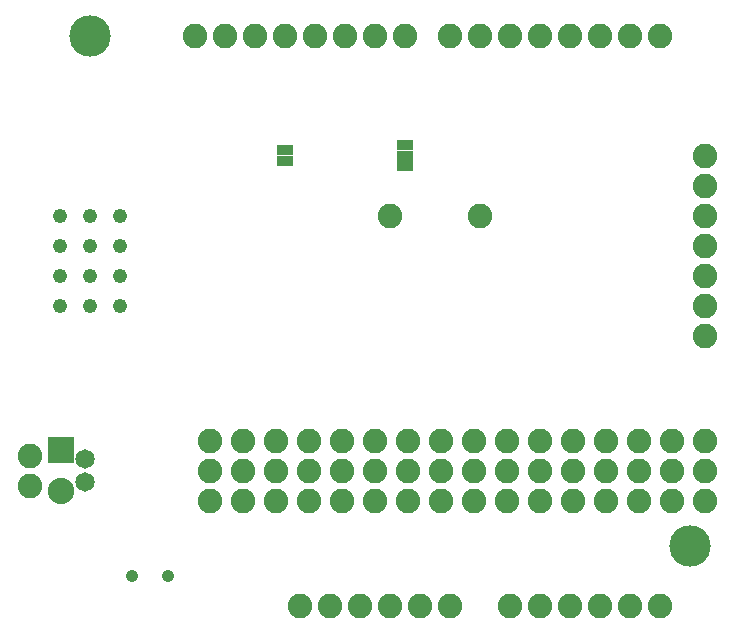
<source format=gbr>
G04 EAGLE Gerber RS-274X export*
G75*
%MOMM*%
%FSLAX34Y34*%
%LPD*%
%INSoldermask Bottom*%
%IPPOS*%
%AMOC8*
5,1,8,0,0,1.08239X$1,22.5*%
G01*
%ADD10C,2.082800*%
%ADD11C,3.505200*%
%ADD12R,1.473200X0.838200*%
%ADD13C,1.053200*%
%ADD14R,2.235200X2.235200*%
%ADD15C,2.235200*%
%ADD16C,1.651000*%
%ADD17C,1.219200*%


D10*
X241300Y25400D03*
X266700Y25400D03*
X292100Y25400D03*
X317500Y25400D03*
X342900Y25400D03*
X368300Y25400D03*
X419100Y25400D03*
X444500Y25400D03*
X469900Y25400D03*
X495300Y25400D03*
X520700Y25400D03*
X546100Y25400D03*
X546100Y508000D03*
X520700Y508000D03*
X495300Y508000D03*
X469900Y508000D03*
X444500Y508000D03*
X419100Y508000D03*
X393700Y508000D03*
X368300Y508000D03*
X330200Y508000D03*
X304800Y508000D03*
X279400Y508000D03*
X254000Y508000D03*
X228600Y508000D03*
X203200Y508000D03*
X177800Y508000D03*
X152400Y508000D03*
D11*
X571500Y76200D03*
X63500Y508000D03*
D12*
X330200Y397510D03*
X330200Y406400D03*
X330200Y415290D03*
X228600Y410900D03*
X228600Y401900D03*
D10*
X165100Y114300D03*
X165100Y139700D03*
X165100Y165100D03*
X276860Y114300D03*
X276860Y139700D03*
X276860Y165100D03*
X388620Y114300D03*
X388620Y139700D03*
X388620Y165100D03*
X500380Y114300D03*
X500380Y139700D03*
X500380Y165100D03*
X193040Y114300D03*
X193040Y139700D03*
X193040Y165100D03*
X304800Y114300D03*
X304800Y139700D03*
X304800Y165100D03*
X416560Y114300D03*
X416560Y139700D03*
X416560Y165100D03*
X528320Y114300D03*
X528320Y139700D03*
X528320Y165100D03*
X220980Y114300D03*
X220980Y139700D03*
X220980Y165100D03*
X332740Y114300D03*
X332740Y139700D03*
X332740Y165100D03*
X444500Y114300D03*
X444500Y139700D03*
X444500Y165100D03*
X556260Y114300D03*
X556260Y139700D03*
X556260Y165100D03*
X248920Y114300D03*
X248920Y139700D03*
X248920Y165100D03*
X360680Y114300D03*
X360680Y139700D03*
X360680Y165100D03*
X472440Y114300D03*
X472440Y139700D03*
X472440Y165100D03*
X584200Y114300D03*
X584200Y139700D03*
X584200Y165100D03*
X317500Y355600D03*
X393700Y355600D03*
D13*
X129300Y50800D03*
X99300Y50800D03*
D14*
X39370Y157480D03*
D15*
X39370Y122480D03*
D16*
X59690Y129700D03*
X59690Y149700D03*
D10*
X12700Y127000D03*
X12700Y152400D03*
X584200Y406400D03*
X584200Y381000D03*
X584200Y355600D03*
X584200Y330200D03*
X584200Y304800D03*
X584200Y279400D03*
X584200Y254000D03*
D17*
X38100Y355600D03*
X63500Y355600D03*
X38100Y279400D03*
X63500Y279400D03*
X38100Y330200D03*
X63500Y330200D03*
X38100Y304800D03*
X63500Y304800D03*
X88900Y355600D03*
X88900Y330200D03*
X88900Y304800D03*
X88900Y279400D03*
M02*

</source>
